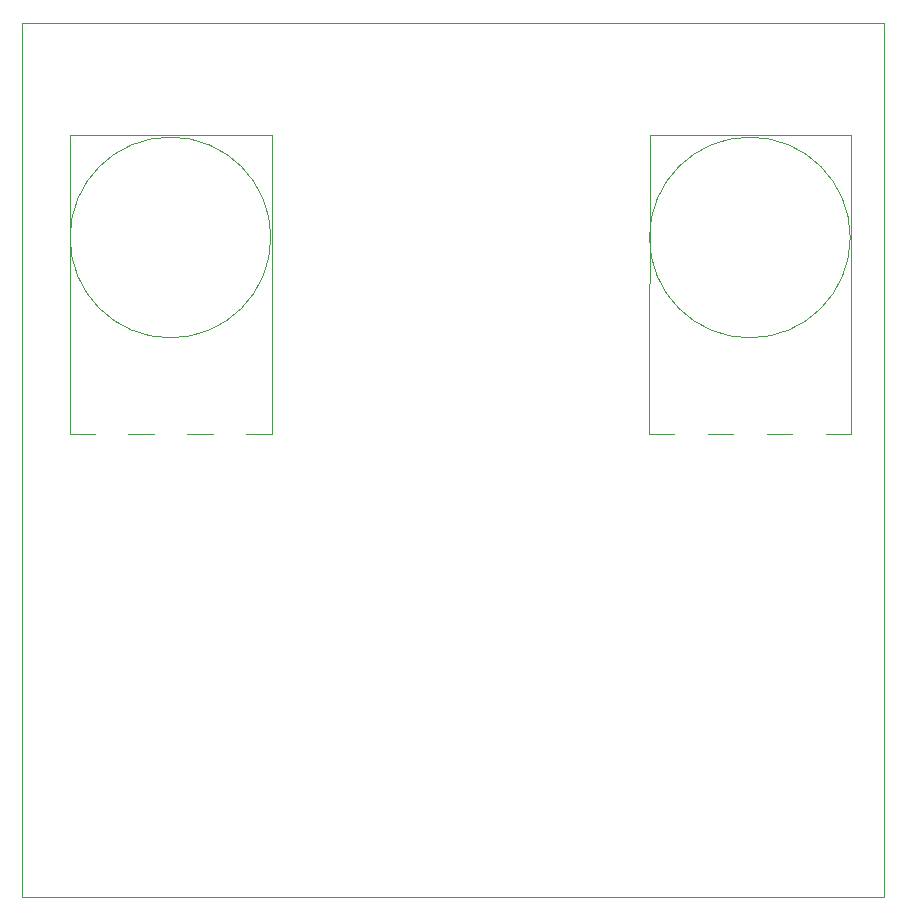
<source format=gbr>
%TF.GenerationSoftware,KiCad,Pcbnew,(5.1.10-1-10_14)*%
%TF.CreationDate,2021-12-12T22:41:03-05:00*%
%TF.ProjectId,Valve Wizard Cab Sim,56616c76-6520-4576-997a-617264204361,rev?*%
%TF.SameCoordinates,Original*%
%TF.FileFunction,Legend,Bot*%
%TF.FilePolarity,Positive*%
%FSLAX46Y46*%
G04 Gerber Fmt 4.6, Leading zero omitted, Abs format (unit mm)*
G04 Created by KiCad (PCBNEW (5.1.10-1-10_14)) date 2021-12-12 22:41:03*
%MOMM*%
%LPD*%
G01*
G04 APERTURE LIST*
%TA.AperFunction,Profile*%
%ADD10C,0.100000*%
%TD*%
%ADD11C,0.120000*%
G04 APERTURE END LIST*
D10*
X112000000Y-57000000D02*
X112000000Y-131000000D01*
X39000000Y-57000000D02*
X112000000Y-57000000D01*
X39000000Y-131000000D02*
X39000000Y-57000000D01*
X112000000Y-131000000D02*
X39000000Y-131000000D01*
D11*
%TO.C,RV2*%
X109210000Y-66500000D02*
X92130000Y-66500000D01*
X92110000Y-91800000D02*
X92130000Y-66500000D01*
X94185000Y-91820000D02*
X92110000Y-91820000D01*
X99185000Y-91820000D02*
X97035000Y-91820000D01*
X104184000Y-91820000D02*
X102035000Y-91820000D01*
X109210000Y-91820000D02*
X107036000Y-91820000D01*
X109210000Y-91820000D02*
X109210000Y-66500000D01*
X109110588Y-75200000D02*
G75*
G03*
X109110588Y-75200000I-8500588J0D01*
G01*
%TO.C,RV1*%
X60150000Y-66500000D02*
X43070000Y-66500000D01*
X43050000Y-91800000D02*
X43070000Y-66500000D01*
X45125000Y-91820000D02*
X43050000Y-91820000D01*
X50125000Y-91820000D02*
X47975000Y-91820000D01*
X55124000Y-91820000D02*
X52975000Y-91820000D01*
X60150000Y-91820000D02*
X57976000Y-91820000D01*
X60150000Y-91820000D02*
X60150000Y-66500000D01*
X60050588Y-75200000D02*
G75*
G03*
X60050588Y-75200000I-8500588J0D01*
G01*
%TD*%
M02*

</source>
